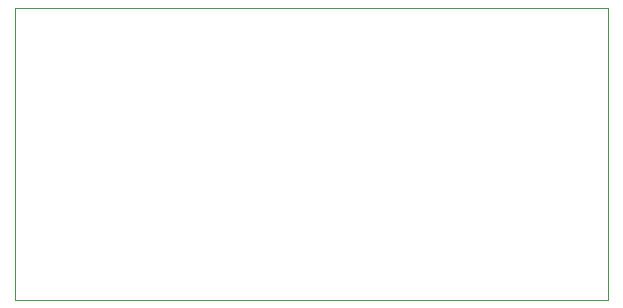
<source format=gm1>
G04 #@! TF.FileFunction,Profile,NP*
%FSLAX46Y46*%
G04 Gerber Fmt 4.6, Leading zero omitted, Abs format (unit mm)*
G04 Created by KiCad (PCBNEW (2015-08-16 BZR 6097, Git b384c94)-product) date 11/6/2015 8:34:41 PM*
%MOMM*%
G01*
G04 APERTURE LIST*
%ADD10C,0.100000*%
G04 APERTURE END LIST*
D10*
X238760000Y-121285000D02*
X238760000Y-146050000D01*
X188595000Y-121285000D02*
X238760000Y-121285000D01*
X188595000Y-146050000D02*
X188595000Y-121285000D01*
X238760000Y-146050000D02*
X188595000Y-146050000D01*
M02*

</source>
